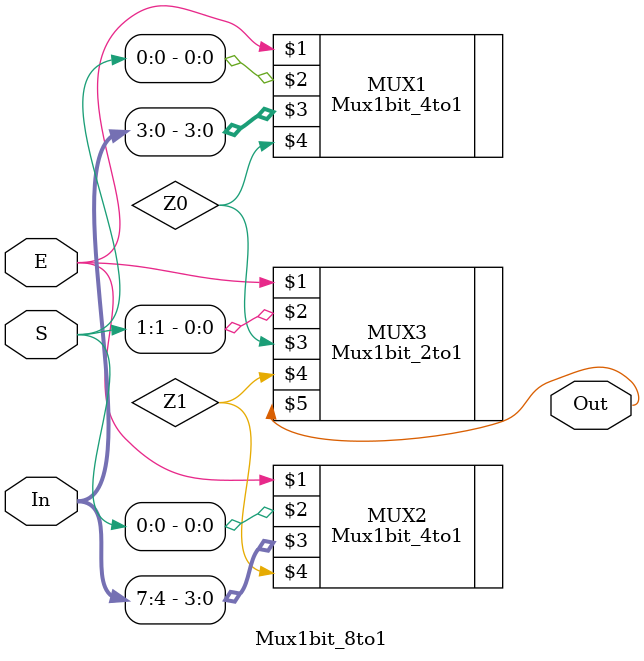
<source format=v>
`timescale 1ns / 1ps

//                  Enable,Select(3bit),Input(8b),Output
module Mux1bit_8to1(E     , S          , In      , Out);
    input E;
    input [2:0] S;
    input [7:0] In;
    output Out;
    // Intermediate wires between mux's
    wire Z0, Z1;
   
    // Instatiate two 4-to-1 Mux's & one 2-to-1 Mux
    //                                   Enable,Select,Input1(4b),Output
    Mux1bit_4to1        MUX1            (E     ,   S[0]  , In[3:0] , Z0);
    Mux1bit_4to1        MUX2            (E     ,   S[0]  , In[7:4] , Z1);
    //                                   Enable,Select   ,Input1 ,Input2,Output
    Mux1bit_2to1        MUX3            (E     ,   S[1]  , Z0    , Z1   , Out);
endmodule 

</source>
